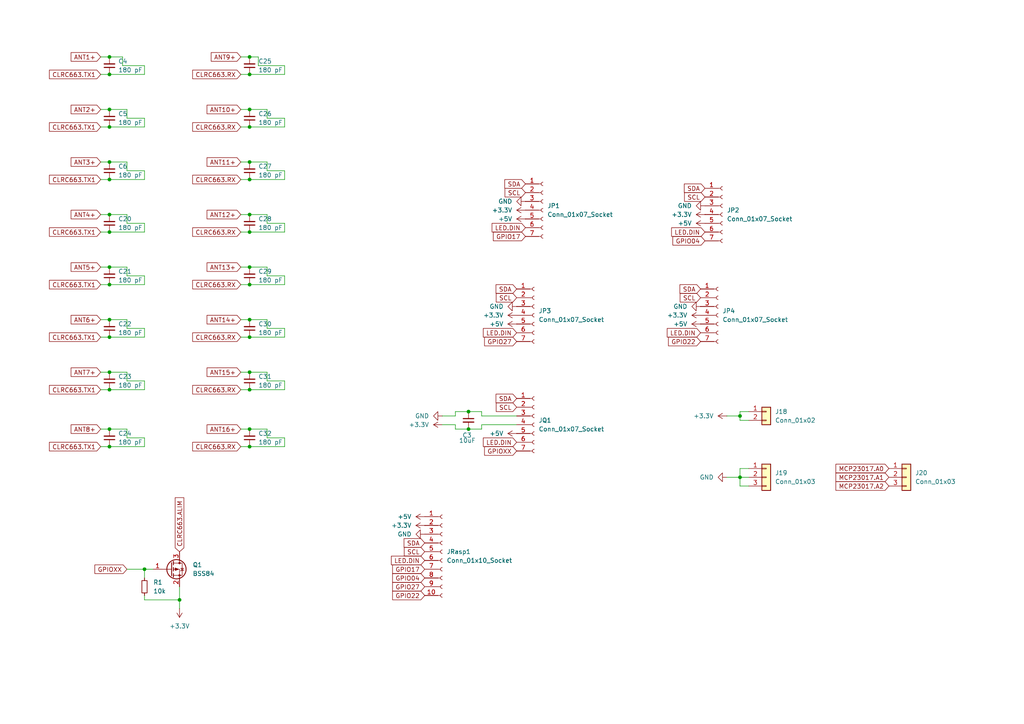
<source format=kicad_sch>
(kicad_sch (version 20250114) (generator "eeschema") (generator_version "9.0")
  (paper "A4")
  (lib_symbols
    (symbol "Connector:Conn_01x07_Socket" (pin_names (offset 1.016) (hide yes))
      (property "Reference" "J" (at 0 10.16 0))
      (property "Value" "Conn_01x07_Socket" (at 0 -10.16 0))
      (symbol "Conn_01x07_Socket_1_1"
        (polyline (pts (xy -1.27 7.62) (xy -0.508 7.62)) (stroke (width 0.1524)))
        (polyline (pts (xy -1.27 5.08) (xy -0.508 5.08)) (stroke (width 0.1524)))
        (polyline (pts (xy -1.27 2.54) (xy -0.508 2.54)) (stroke (width 0.1524)))
        (polyline (pts (xy -1.27 0) (xy -0.508 0)) (stroke (width 0.1524)))
        (polyline (pts (xy -1.27 -2.54) (xy -0.508 -2.54)) (stroke (width 0.1524)))
        (polyline (pts (xy -1.27 -5.08) (xy -0.508 -5.08)) (stroke (width 0.1524)))
        (polyline (pts (xy -1.27 -7.62) (xy -0.508 -7.62)) (stroke (width 0.1524)))
        (arc (start 0 7.112) (mid -0.5058 7.62) (end 0 8.128) (stroke (width 0.1524)))
        (arc (start 0 4.572) (mid -0.5058 5.08) (end 0 5.588) (stroke (width 0.1524)))
        (arc (start 0 2.032) (mid -0.5058 2.54) (end 0 3.048) (stroke (width 0.1524)))
        (arc (start 0 -0.508) (mid -0.5058 0) (end 0 0.508) (stroke (width 0.1524)))
        (arc (start 0 -3.048) (mid -0.5058 -2.54) (end 0 -2.032) (stroke (width 0.1524)))
        (arc (start 0 -5.588) (mid -0.5058 -5.08) (end 0 -4.572) (stroke (width 0.1524)))
        (arc (start 0 -8.128) (mid -0.5058 -7.62) (end 0 -7.112) (stroke (width 0.1524)))
        (pin passive line (at -5.08 7.62 0) (length 3.81) (name "Pin_1") (number "1"))
        (pin passive line (at -5.08 5.08 0) (length 3.81) (name "Pin_2") (number "2"))
        (pin passive line (at -5.08 2.54 0) (length 3.81) (name "Pin_3") (number "3"))
        (pin passive line (at -5.08 0 0) (length 3.81) (name "Pin_4") (number "4"))
        (pin passive line (at -5.08 -2.54 0) (length 3.81) (name "Pin_5") (number "5"))
        (pin passive line (at -5.08 -5.08 0) (length 3.81) (name "Pin_6") (number "6"))
        (pin passive line (at -5.08 -7.62 0) (length 3.81) (name "Pin_7") (number "7"))
      )
    )
    (symbol "Connector:Conn_01x10_Socket" (pin_names (offset 1.016) (hide yes))
      (property "Reference" "J" (at 0 12.7 0))
      (property "Value" "Conn_01x10_Socket" (at 0 -15.24 0))
      (symbol "Conn_01x10_Socket_1_1"
        (polyline (pts (xy -1.27 10.16) (xy -0.508 10.16)) (stroke (width 0.1524)))
        (polyline (pts (xy -1.27 7.62) (xy -0.508 7.62)) (stroke (width 0.1524)))
        (polyline (pts (xy -1.27 5.08) (xy -0.508 5.08)) (stroke (width 0.1524)))
        (polyline (pts (xy -1.27 2.54) (xy -0.508 2.54)) (stroke (width 0.1524)))
        (polyline (pts (xy -1.27 0) (xy -0.508 0)) (stroke (width 0.1524)))
        (polyline (pts (xy -1.27 -2.54) (xy -0.508 -2.54)) (stroke (width 0.1524)))
        (polyline (pts (xy -1.27 -5.08) (xy -0.508 -5.08)) (stroke (width 0.1524)))
        (polyline (pts (xy -1.27 -7.62) (xy -0.508 -7.62)) (stroke (width 0.1524)))
        (polyline (pts (xy -1.27 -10.16) (xy -0.508 -10.16)) (stroke (width 0.1524)))
        (polyline (pts (xy -1.27 -12.7) (xy -0.508 -12.7)) (stroke (width 0.1524)))
        (arc (start 0 9.652) (mid -0.5058 10.16) (end 0 10.668) (stroke (width 0.1524)))
        (arc (start 0 7.112) (mid -0.5058 7.62) (end 0 8.128) (stroke (width 0.1524)))
        (arc (start 0 4.572) (mid -0.5058 5.08) (end 0 5.588) (stroke (width 0.1524)))
        (arc (start 0 2.032) (mid -0.5058 2.54) (end 0 3.048) (stroke (width 0.1524)))
        (arc (start 0 -0.508) (mid -0.5058 0) (end 0 0.508) (stroke (width 0.1524)))
        (arc (start 0 -3.048) (mid -0.5058 -2.54) (end 0 -2.032) (stroke (width 0.1524)))
        (arc (start 0 -5.588) (mid -0.5058 -5.08) (end 0 -4.572) (stroke (width 0.1524)))
        (arc (start 0 -8.128) (mid -0.5058 -7.62) (end 0 -7.112) (stroke (width 0.1524)))
        (arc (start 0 -10.668) (mid -0.5058 -10.16) (end 0 -9.652) (stroke (width 0.1524)))
        (arc (start 0 -13.208) (mid -0.5058 -12.7) (end 0 -12.192) (stroke (width 0.1524)))
        (pin passive line (at -5.08 10.16 0) (length 3.81) (name "Pin_1") (number "1"))
        (pin passive line (at -5.08 7.62 0) (length 3.81) (name "Pin_2") (number "2"))
        (pin passive line (at -5.08 5.08 0) (length 3.81) (name "Pin_3") (number "3"))
        (pin passive line (at -5.08 2.54 0) (length 3.81) (name "Pin_4") (number "4"))
        (pin passive line (at -5.08 0 0) (length 3.81) (name "Pin_5") (number "5"))
        (pin passive line (at -5.08 -2.54 0) (length 3.81) (name "Pin_6") (number "6"))
        (pin passive line (at -5.08 -5.08 0) (length 3.81) (name "Pin_7") (number "7"))
        (pin passive line (at -5.08 -7.62 0) (length 3.81) (name "Pin_8") (number "8"))
        (pin passive line (at -5.08 -10.16 0) (length 3.81) (name "Pin_9") (number "9"))
        (pin passive line (at -5.08 -12.7 0) (length 3.81) (name "Pin_10") (number "10"))
      )
    )
    (symbol "Connector_Generic:Conn_01x02" (pin_names (offset 1.016) (hide yes))
      (property "Reference" "J" (at 0 2.54 0))
      (property "Value" "Conn_01x02" (at 0 -5.08 0))
      (symbol "Conn_01x02_1_1"
        (rectangle (start -1.27 1.27) (end 1.27 -3.81) (stroke (width 0.254)) (fill (type background)))
        (rectangle (start -1.27 0.127) (end 0 -0.127) (stroke (width 0.1524)))
        (rectangle (start -1.27 -2.413) (end 0 -2.667) (stroke (width 0.1524)))
        (pin passive line (at -5.08 0 0) (length 3.81) (name "Pin_1") (number "1"))
        (pin passive line (at -5.08 -2.54 0) (length 3.81) (name "Pin_2") (number "2"))
      )
    )
    (symbol "Connector_Generic:Conn_01x03" (pin_names (offset 1.016) (hide yes))
      (property "Reference" "J" (at 0 5.08 0))
      (property "Value" "Conn_01x03" (at 0 -5.08 0))
      (symbol "Conn_01x03_1_1"
        (rectangle (start -1.27 3.81) (end 1.27 -3.81) (stroke (width 0.254)) (fill (type background)))
        (rectangle (start -1.27 2.667) (end 0 2.413) (stroke (width 0.1524)))
        (rectangle (start -1.27 0.127) (end 0 -0.127) (stroke (width 0.1524)))
        (rectangle (start -1.27 -2.413) (end 0 -2.667) (stroke (width 0.1524)))
        (pin passive line (at -5.08 2.54 0) (length 3.81) (name "Pin_1") (number "1"))
        (pin passive line (at -5.08 0 0) (length 3.81) (name "Pin_2") (number "2"))
        (pin passive line (at -5.08 -2.54 0) (length 3.81) (name "Pin_3") (number "3"))
      )
    )
    (symbol "Device:C_Small" (pin_numbers (hide yes)) (pin_names (offset 0.254) (hide yes))
      (property "Reference" "C" (at 0.254 1.778 0))
      (property "Value" "C_Small" (at 0.254 -2.032 0))
      (symbol "C_Small_0_1"
        (polyline (pts (xy -1.524 0.508) (xy 1.524 0.508)) (stroke (width 0.3048)))
        (polyline (pts (xy -1.524 -0.508) (xy 1.524 -0.508)) (stroke (width 0.3302)))
      )
      (symbol "C_Small_1_1"
        (pin passive line (at 0 2.54 270) (length 2.032) (name "~") (number "1"))
        (pin passive line (at 0 -2.54 90) (length 2.032) (name "~") (number "2"))
      )
    )
    (symbol "Device:R_Small" (pin_numbers (hide yes)) (pin_names (offset 0.254) (hide yes))
      (property "Reference" "R" (at 0.762 0.508 0))
      (property "Value" "R_Small" (at 0.762 -1.016 0))
      (symbol "R_Small_0_1"
        (rectangle (start -0.762 1.778) (end 0.762 -1.778) (stroke (width 0.2032)))
      )
      (symbol "R_Small_1_1"
        (pin passive line (at 0 2.54 270) (length 0.762) (name "~") (number "1"))
        (pin passive line (at 0 -2.54 90) (length 0.762) (name "~") (number "2"))
      )
    )
    (symbol "Transistor_FET:BSS84" (pin_names (hide yes))
      (property "Reference" "Q" (at 5.08 1.905 0))
      (property "Value" "BSS84" (at 5.08 0 0))
      (symbol "BSS84_0_1"
        (polyline (pts (xy 0.254 1.905) (xy 0.254 -1.905)) (stroke (width 0.254)))
        (polyline (pts (xy 0.254 0) (xy -2.54 0)))
        (polyline (pts (xy 0.762 2.286) (xy 0.762 1.27)) (stroke (width 0.254)))
        (polyline (pts (xy 0.762 1.778) (xy 3.302 1.778) (xy 3.302 -1.778) (xy 0.762 -1.778)))
        (polyline (pts (xy 0.762 0.508) (xy 0.762 -0.508)) (stroke (width 0.254)))
        (polyline (pts (xy 0.762 -1.27) (xy 0.762 -2.286)) (stroke (width 0.254)))
        (circle (center 1.651 0) (radius 2.794) (stroke (width 0.254)))
        (polyline (pts (xy 2.286 0) (xy 1.27 0.381) (xy 1.27 -0.381) (xy 2.286 0)) (fill (type outline)))
        (polyline (pts (xy 2.54 2.54) (xy 2.54 1.778)))
        (circle (center 2.54 1.778) (radius 0.254) (fill (type outline)))
        (circle (center 2.54 -1.778) (radius 0.254) (fill (type outline)))
        (polyline (pts (xy 2.54 -2.54) (xy 2.54 0) (xy 0.762 0)))
        (polyline (pts (xy 2.794 -0.508) (xy 2.921 -0.381) (xy 3.683 -0.381) (xy 3.81 -0.254)))
        (polyline (pts (xy 3.302 -0.381) (xy 2.921 0.254) (xy 3.683 0.254) (xy 3.302 -0.381)))
      )
      (symbol "BSS84_1_1"
        (pin input line (at -5.08 0 0) (length 2.54) (name "G") (number "1"))
        (pin passive line (at 2.54 5.08 270) (length 2.54) (name "D") (number "3"))
        (pin passive line (at 2.54 -5.08 90) (length 2.54) (name "S") (number "2"))
      )
    )
    (symbol "power:+3.3V" (power) (pin_numbers (hide yes)) (pin_names (offset 0) (hide yes))
      (property "Value" "+3.3V" (at 0 3.556 0))
      (symbol "+3.3V_0_1"
        (polyline (pts (xy -0.762 1.27) (xy 0 2.54)))
        (polyline (pts (xy 0 2.54) (xy 0.762 1.27)))
        (polyline (pts (xy 0 0) (xy 0 2.54)))
      )
      (symbol "+3.3V_1_1"
        (pin power_in line (at 0 0 90) (length 0) (name "~") (number "1"))
      )
    )
    (symbol "power:+5V" (power) (pin_numbers (hide yes)) (pin_names (offset 0) (hide yes))
      (property "Value" "+5V" (at 0 3.556 0))
      (symbol "+5V_0_1"
        (polyline (pts (xy -0.762 1.27) (xy 0 2.54)))
        (polyline (pts (xy 0 2.54) (xy 0.762 1.27)))
        (polyline (pts (xy 0 0) (xy 0 2.54)))
      )
      (symbol "+5V_1_1"
        (pin power_in line (at 0 0 90) (length 0) (name "~") (number "1"))
      )
    )
    (symbol "power:GND" (power) (pin_numbers (hide yes)) (pin_names (offset 0) (hide yes))
      (property "Value" "GND" (at 0 -3.81 0))
      (symbol "GND_0_1"
        (polyline (pts (xy 0 0) (xy 0 -1.27) (xy 1.27 -1.27) (xy 0 -2.54) (xy -1.27 -1.27) (xy 0 -1.27)))
      )
      (symbol "GND_1_1"
        (pin power_in line (at 0 0 270) (length 0) (name "~") (number "1"))
      )
    )
  )
  (junction (at 31.75 77.47))
  (junction (at 31.75 21.59))
  (junction (at 31.75 129.54))
  (junction (at 72.39 92.71))
  (junction (at 72.39 77.47))
  (junction (at 31.75 124.46))
  (junction (at 135.89 119.38))
  (junction (at 72.39 129.54))
  (junction (at 31.75 16.51))
  (junction (at 72.39 67.31))
  (junction (at 72.39 97.79))
  (junction (at 72.39 21.59))
  (junction (at 31.75 82.55))
  (junction (at 52.07 173.99))
  (junction (at 31.75 107.95))
  (junction (at 214.63 138.43))
  (junction (at 72.39 16.51))
  (junction (at 72.39 82.55))
  (junction (at 31.75 92.71))
  (junction (at 72.39 31.75))
  (junction (at 72.39 107.95))
  (junction (at 31.75 46.99))
  (junction (at 72.39 52.07))
  (junction (at 31.75 36.83))
  (junction (at 31.75 67.31))
  (junction (at 31.75 31.75))
  (junction (at 72.39 62.23))
  (junction (at 72.39 36.83))
  (junction (at 214.63 120.65))
  (junction (at 31.75 62.23))
  (junction (at 135.89 124.46))
  (junction (at 72.39 124.46))
  (junction (at 31.75 113.03))
  (junction (at 31.75 97.79))
  (junction (at 41.91 165.1))
  (junction (at 72.39 113.03))
  (junction (at 31.75 52.07))
  (junction (at 72.39 46.99))
  (wire (pts (xy 77.47 92.71) (xy 72.39 92.71)))
  (wire (pts (xy 77.47 107.95) (xy 72.39 107.95)))
  (wire (pts (xy 128.27 123.19) (xy 132.08 123.19)))
  (wire (pts (xy 77.47 34.29) (xy 82.55 34.29)))
  (wire (pts (xy 41.91 110.49) (xy 41.91 113.03)))
  (wire (pts (xy 41.91 34.29) (xy 41.91 36.83)))
  (wire (pts (xy 77.47 124.46) (xy 72.39 124.46)))
  (wire (pts (xy 31.75 113.03) (xy 41.91 113.03)))
  (wire (pts (xy 214.63 138.43) (xy 217.17 138.43)))
  (wire (pts (xy 41.91 172.72) (xy 41.91 173.99)))
  (wire (pts (xy 69.85 52.07) (xy 72.39 52.07)))
  (wire (pts (xy 128.27 120.65) (xy 132.08 120.65)))
  (wire (pts (xy 77.47 31.75) (xy 77.47 34.29)))
  (wire (pts (xy 69.85 113.03) (xy 72.39 113.03)))
  (wire (pts (xy 69.85 77.47) (xy 72.39 77.47)))
  (wire (pts (xy 29.21 129.54) (xy 31.75 129.54)))
  (wire (pts (xy 72.39 97.79) (xy 82.55 97.79)))
  (wire (pts (xy 214.63 121.92) (xy 214.63 120.65)))
  (wire (pts (xy 69.85 36.83) (xy 72.39 36.83)))
  (wire (pts (xy 210.82 138.43) (xy 214.63 138.43)))
  (wire (pts (xy 77.47 77.47) (xy 72.39 77.47)))
  (wire (pts (xy 36.83 127) (xy 41.91 127)))
  (wire (pts (xy 31.75 129.54) (xy 41.91 129.54)))
  (wire (pts (xy 77.47 64.77) (xy 82.55 64.77)))
  (wire (pts (xy 41.91 165.1) (xy 44.45 165.1)))
  (wire (pts (xy 139.7 123.19) (xy 139.7 124.46)))
  (wire (pts (xy 29.21 67.31) (xy 31.75 67.31)))
  (wire (pts (xy 36.83 95.25) (xy 36.83 92.71)))
  (wire (pts (xy 72.39 52.07) (xy 82.55 52.07)))
  (wire (pts (xy 77.47 80.01) (xy 82.55 80.01)))
  (wire (pts (xy 29.21 82.55) (xy 31.75 82.55)))
  (wire (pts (xy 77.47 49.53) (xy 82.55 49.53)))
  (wire (pts (xy 31.75 21.59) (xy 41.91 21.59)))
  (wire (pts (xy 139.7 119.38) (xy 135.89 119.38)))
  (wire (pts (xy 82.55 49.53) (xy 82.55 52.07)))
  (wire (pts (xy 36.83 107.95) (xy 31.75 107.95)))
  (wire (pts (xy 74.93 19.05) (xy 74.93 16.51)))
  (wire (pts (xy 29.21 36.83) (xy 31.75 36.83)))
  (wire (pts (xy 41.91 49.53) (xy 41.91 52.07)))
  (wire (pts (xy 77.47 46.99) (xy 77.47 49.53)))
  (wire (pts (xy 29.21 124.46) (xy 31.75 124.46)))
  (wire (pts (xy 72.39 21.59) (xy 82.55 21.59)))
  (wire (pts (xy 41.91 95.25) (xy 41.91 97.79)))
  (wire (pts (xy 217.17 140.97) (xy 214.63 140.97)))
  (wire (pts (xy 36.83 95.25) (xy 41.91 95.25)))
  (wire (pts (xy 36.83 80.01) (xy 36.83 77.47)))
  (wire (pts (xy 72.39 62.23) (xy 77.47 62.23)))
  (wire (pts (xy 210.82 120.65) (xy 214.63 120.65)))
  (wire (pts (xy 36.83 124.46) (xy 31.75 124.46)))
  (wire (pts (xy 36.83 165.1) (xy 41.91 165.1)))
  (wire (pts (xy 41.91 80.01) (xy 41.91 82.55)))
  (wire (pts (xy 82.55 19.05) (xy 82.55 21.59)))
  (wire (pts (xy 72.39 67.31) (xy 82.55 67.31)))
  (wire (pts (xy 35.56 16.51) (xy 35.56 19.05)))
  (wire (pts (xy 77.47 127) (xy 82.55 127)))
  (wire (pts (xy 77.47 80.01) (xy 77.47 77.47)))
  (wire (pts (xy 29.21 21.59) (xy 31.75 21.59)))
  (wire (pts (xy 36.83 46.99) (xy 36.83 49.53)))
  (wire (pts (xy 29.21 31.75) (xy 31.75 31.75)))
  (wire (pts (xy 29.21 92.71) (xy 31.75 92.71)))
  (wire (pts (xy 29.21 113.03) (xy 31.75 113.03)))
  (wire (pts (xy 29.21 62.23) (xy 31.75 62.23)))
  (wire (pts (xy 41.91 64.77) (xy 41.91 67.31)))
  (wire (pts (xy 29.21 52.07) (xy 31.75 52.07)))
  (wire (pts (xy 31.75 36.83) (xy 41.91 36.83)))
  (wire (pts (xy 69.85 107.95) (xy 72.39 107.95)))
  (wire (pts (xy 36.83 34.29) (xy 41.91 34.29)))
  (wire (pts (xy 139.7 124.46) (xy 135.89 124.46)))
  (wire (pts (xy 72.39 82.55) (xy 82.55 82.55)))
  (wire (pts (xy 132.08 124.46) (xy 135.89 124.46)))
  (wire (pts (xy 36.83 110.49) (xy 41.91 110.49)))
  (wire (pts (xy 52.07 173.99) (xy 52.07 170.18)))
  (wire (pts (xy 69.85 21.59) (xy 72.39 21.59)))
  (wire (pts (xy 72.39 113.03) (xy 82.55 113.03)))
  (wire (pts (xy 41.91 127) (xy 41.91 129.54)))
  (wire (pts (xy 77.47 127) (xy 77.47 124.46)))
  (wire (pts (xy 72.39 31.75) (xy 77.47 31.75)))
  (wire (pts (xy 74.93 19.05) (xy 82.55 19.05)))
  (wire (pts (xy 69.85 124.46) (xy 72.39 124.46)))
  (wire (pts (xy 29.21 107.95) (xy 31.75 107.95)))
  (wire (pts (xy 82.55 64.77) (xy 82.55 67.31)))
  (wire (pts (xy 36.83 64.77) (xy 41.91 64.77)))
  (wire (pts (xy 77.47 110.49) (xy 77.47 107.95)))
  (wire (pts (xy 36.83 110.49) (xy 36.83 107.95)))
  (wire (pts (xy 69.85 97.79) (xy 72.39 97.79)))
  (wire (pts (xy 214.63 119.38) (xy 217.17 119.38)))
  (wire (pts (xy 69.85 82.55) (xy 72.39 82.55)))
  (wire (pts (xy 69.85 31.75) (xy 72.39 31.75)))
  (wire (pts (xy 69.85 62.23) (xy 72.39 62.23)))
  (wire (pts (xy 36.83 77.47) (xy 31.75 77.47)))
  (wire (pts (xy 52.07 176.53) (xy 52.07 173.99)))
  (wire (pts (xy 69.85 92.71) (xy 72.39 92.71)))
  (wire (pts (xy 214.63 135.89) (xy 217.17 135.89)))
  (wire (pts (xy 31.75 31.75) (xy 36.83 31.75)))
  (wire (pts (xy 31.75 62.23) (xy 36.83 62.23)))
  (wire (pts (xy 36.83 62.23) (xy 36.83 64.77)))
  (wire (pts (xy 82.55 34.29) (xy 82.55 36.83)))
  (wire (pts (xy 69.85 67.31) (xy 72.39 67.31)))
  (wire (pts (xy 31.75 97.79) (xy 41.91 97.79)))
  (wire (pts (xy 69.85 46.99) (xy 72.39 46.99)))
  (wire (pts (xy 82.55 95.25) (xy 82.55 97.79)))
  (wire (pts (xy 31.75 82.55) (xy 41.91 82.55)))
  (wire (pts (xy 41.91 173.99) (xy 52.07 173.99)))
  (wire (pts (xy 72.39 46.99) (xy 77.47 46.99)))
  (wire (pts (xy 214.63 138.43) (xy 214.63 135.89)))
  (wire (pts (xy 149.86 120.65) (xy 139.7 120.65)))
  (wire (pts (xy 77.47 95.25) (xy 77.47 92.71)))
  (wire (pts (xy 82.55 80.01) (xy 82.55 82.55)))
  (wire (pts (xy 31.75 46.99) (xy 36.83 46.99)))
  (wire (pts (xy 31.75 16.51) (xy 35.56 16.51)))
  (wire (pts (xy 132.08 119.38) (xy 135.89 119.38)))
  (wire (pts (xy 29.21 16.51) (xy 31.75 16.51)))
  (wire (pts (xy 36.83 92.71) (xy 31.75 92.71)))
  (wire (pts (xy 69.85 129.54) (xy 72.39 129.54)))
  (wire (pts (xy 77.47 110.49) (xy 82.55 110.49)))
  (wire (pts (xy 35.56 19.05) (xy 41.91 19.05)))
  (wire (pts (xy 41.91 19.05) (xy 41.91 21.59)))
  (wire (pts (xy 36.83 127) (xy 36.83 124.46)))
  (wire (pts (xy 31.75 67.31) (xy 41.91 67.31)))
  (wire (pts (xy 132.08 123.19) (xy 132.08 124.46)))
  (wire (pts (xy 139.7 120.65) (xy 139.7 119.38)))
  (wire (pts (xy 36.83 80.01) (xy 41.91 80.01)))
  (wire (pts (xy 36.83 31.75) (xy 36.83 34.29)))
  (wire (pts (xy 72.39 16.51) (xy 74.93 16.51)))
  (wire (pts (xy 31.75 52.07) (xy 41.91 52.07)))
  (wire (pts (xy 29.21 77.47) (xy 31.75 77.47)))
  (wire (pts (xy 132.08 120.65) (xy 132.08 119.38)))
  (wire (pts (xy 214.63 120.65) (xy 214.63 119.38)))
  (wire (pts (xy 36.83 49.53) (xy 41.91 49.53)))
  (wire (pts (xy 69.85 16.51) (xy 72.39 16.51)))
  (wire (pts (xy 214.63 140.97) (xy 214.63 138.43)))
  (wire (pts (xy 77.47 62.23) (xy 77.47 64.77)))
  (wire (pts (xy 82.55 127) (xy 82.55 129.54)))
  (wire (pts (xy 72.39 129.54) (xy 82.55 129.54)))
  (wire (pts (xy 217.17 121.92) (xy 214.63 121.92)))
  (wire (pts (xy 29.21 46.99) (xy 31.75 46.99)))
  (wire (pts (xy 29.21 97.79) (xy 31.75 97.79)))
  (wire (pts (xy 77.47 95.25) (xy 82.55 95.25)))
  (wire (pts (xy 41.91 167.64) (xy 41.91 165.1)))
  (wire (pts (xy 82.55 110.49) (xy 82.55 113.03)))
  (wire (pts (xy 149.86 123.19) (xy 139.7 123.19)))
  (wire (pts (xy 72.39 36.83) (xy 82.55 36.83)))
  (global_label "ANT10+" (shape input) (at 69.85 31.75 180) (property "Intersheetrefs" "${INTERSHEET_REFS}" (effects (hide yes))))
  (global_label "GPIO22" (shape input) (at 123.19 172.72 180) (property "Intersheetrefs" "${INTERSHEET_REFS}" (effects (hide yes))))
  (global_label "LED.DIN" (shape input) (at 149.86 128.27 180) (property "Intersheetrefs" "${INTERSHEET_REFS}" (effects (hide yes))))
  (global_label "ANT7+" (shape input) (at 29.21 107.95 180) (property "Intersheetrefs" "${INTERSHEET_REFS}" (effects (hide yes))))
  (global_label "CLRC663.RX" (shape input) (at 69.85 52.07 180) (property "Intersheetrefs" "${INTERSHEET_REFS}" (effects (hide yes))))
  (global_label "GPIO27" (shape input) (at 123.19 170.18 180) (property "Intersheetrefs" "${INTERSHEET_REFS}" (effects (hide yes))))
  (global_label "ANT12+" (shape input) (at 69.85 62.23 180) (property "Intersheetrefs" "${INTERSHEET_REFS}" (effects (hide yes))))
  (global_label "SDA" (shape input) (at 123.19 157.48 180) (property "Intersheetrefs" "${INTERSHEET_REFS}" (effects (hide yes))))
  (global_label "SDA" (shape input) (at 204.47 54.61 180) (property "Intersheetrefs" "${INTERSHEET_REFS}" (effects (hide yes))))
  (global_label "ANT8+" (shape input) (at 29.21 124.46 180) (property "Intersheetrefs" "${INTERSHEET_REFS}" (effects (hide yes))))
  (global_label "ANT15+" (shape input) (at 69.85 107.95 180) (property "Intersheetrefs" "${INTERSHEET_REFS}" (effects (hide yes))))
  (global_label "MCP23017.A1" (shape input) (at 257.81 138.43 180) (property "Intersheetrefs" "${INTERSHEET_REFS}" (effects (hide yes))))
  (global_label "GPIOXX" (shape input) (at 36.83 165.1 180) (property "Intersheetrefs" "${INTERSHEET_REFS}" (effects (hide yes))))
  (global_label "GPIO04" (shape input) (at 204.47 69.85 180) (property "Intersheetrefs" "${INTERSHEET_REFS}" (effects (hide yes))))
  (global_label "ANT5+" (shape input) (at 29.21 77.47 180) (property "Intersheetrefs" "${INTERSHEET_REFS}" (effects (hide yes))))
  (global_label "LED.DIN" (shape input) (at 149.86 96.52 180) (property "Intersheetrefs" "${INTERSHEET_REFS}" (effects (hide yes))))
  (global_label "CLRC663.RX" (shape input) (at 69.85 67.31 180) (property "Intersheetrefs" "${INTERSHEET_REFS}" (effects (hide yes))))
  (global_label "MCP23017.A0" (shape input) (at 257.81 135.89 180) (property "Intersheetrefs" "${INTERSHEET_REFS}" (effects (hide yes))))
  (global_label "CLRC663.TX1" (shape input) (at 29.21 21.59 180) (property "Intersheetrefs" "${INTERSHEET_REFS}" (effects (hide yes))))
  (global_label "SDA" (shape input) (at 149.86 115.57 180) (property "Intersheetrefs" "${INTERSHEET_REFS}" (effects (hide yes))))
  (global_label "ANT2+" (shape input) (at 29.21 31.75 180) (property "Intersheetrefs" "${INTERSHEET_REFS}" (effects (hide yes))))
  (global_label "LED.DIN" (shape input) (at 203.2 96.52 180) (property "Intersheetrefs" "${INTERSHEET_REFS}" (effects (hide yes))))
  (global_label "ANT14+" (shape input) (at 69.85 92.71 180) (property "Intersheetrefs" "${INTERSHEET_REFS}" (effects (hide yes))))
  (global_label "GPIO27" (shape input) (at 149.86 99.06 180) (property "Intersheetrefs" "${INTERSHEET_REFS}" (effects (hide yes))))
  (global_label "ANT4+" (shape input) (at 29.21 62.23 180) (property "Intersheetrefs" "${INTERSHEET_REFS}" (effects (hide yes))))
  (global_label "LED.DIN" (shape input) (at 123.19 162.56 180) (property "Intersheetrefs" "${INTERSHEET_REFS}" (effects (hide yes))))
  (global_label "GPIO04" (shape input) (at 123.19 167.64 180) (property "Intersheetrefs" "${INTERSHEET_REFS}" (effects (hide yes))))
  (global_label "SCL" (shape input) (at 149.86 86.36 180) (property "Intersheetrefs" "${INTERSHEET_REFS}" (effects (hide yes))))
  (global_label "CLRC663.RX" (shape input) (at 69.85 113.03 180) (property "Intersheetrefs" "${INTERSHEET_REFS}" (effects (hide yes))))
  (global_label "CLRC663.TX1" (shape input) (at 29.21 97.79 180) (property "Intersheetrefs" "${INTERSHEET_REFS}" (effects (hide yes))))
  (global_label "CLRC663.TX1" (shape input) (at 29.21 113.03 180) (property "Intersheetrefs" "${INTERSHEET_REFS}" (effects (hide yes))))
  (global_label "GPIO22" (shape input) (at 203.2 99.06 180) (property "Intersheetrefs" "${INTERSHEET_REFS}" (effects (hide yes))))
  (global_label "ANT13+" (shape input) (at 69.85 77.47 180) (property "Intersheetrefs" "${INTERSHEET_REFS}" (effects (hide yes))))
  (global_label "SCL" (shape input) (at 152.4 55.88 180) (property "Intersheetrefs" "${INTERSHEET_REFS}" (effects (hide yes))))
  (global_label "LED.DIN" (shape input) (at 204.47 67.31 180) (property "Intersheetrefs" "${INTERSHEET_REFS}" (effects (hide yes))))
  (global_label "CLRC663.TX1" (shape input) (at 29.21 52.07 180) (property "Intersheetrefs" "${INTERSHEET_REFS}" (effects (hide yes))))
  (global_label "SCL" (shape input) (at 149.86 118.11 180) (property "Intersheetrefs" "${INTERSHEET_REFS}" (effects (hide yes))))
  (global_label "SDA" (shape input) (at 149.86 83.82 180) (property "Intersheetrefs" "${INTERSHEET_REFS}" (effects (hide yes))))
  (global_label "GPIOXX" (shape input) (at 149.86 130.81 180) (property "Intersheetrefs" "${INTERSHEET_REFS}" (effects (hide yes))))
  (global_label "ANT1+" (shape input) (at 29.21 16.51 180) (property "Intersheetrefs" "${INTERSHEET_REFS}" (effects (hide yes))))
  (global_label "CLRC663.RX" (shape input) (at 69.85 36.83 180) (property "Intersheetrefs" "${INTERSHEET_REFS}" (effects (hide yes))))
  (global_label "CLRC663.RX" (shape input) (at 69.85 97.79 180) (property "Intersheetrefs" "${INTERSHEET_REFS}" (effects (hide yes))))
  (global_label "ANT11+" (shape input) (at 69.85 46.99 180) (property "Intersheetrefs" "${INTERSHEET_REFS}" (effects (hide yes))))
  (global_label "SDA" (shape input) (at 152.4 53.34 180) (property "Intersheetrefs" "${INTERSHEET_REFS}" (effects (hide yes))))
  (global_label "CLRC663.RX" (shape input) (at 69.85 82.55 180) (property "Intersheetrefs" "${INTERSHEET_REFS}" (effects (hide yes))))
  (global_label "SCL" (shape input) (at 203.2 86.36 180) (property "Intersheetrefs" "${INTERSHEET_REFS}" (effects (hide yes))))
  (global_label "CLRC663.TX1" (shape input) (at 29.21 36.83 180) (property "Intersheetrefs" "${INTERSHEET_REFS}" (effects (hide yes))))
  (global_label "ANT16+" (shape input) (at 69.85 124.46 180) (property "Intersheetrefs" "${INTERSHEET_REFS}" (effects (hide yes))))
  (global_label "ANT6+" (shape input) (at 29.21 92.71 180) (property "Intersheetrefs" "${INTERSHEET_REFS}" (effects (hide yes))))
  (global_label "SCL" (shape input) (at 204.47 57.15 180) (property "Intersheetrefs" "${INTERSHEET_REFS}" (effects (hide yes))))
  (global_label "CLRC663.TX1" (shape input) (at 29.21 129.54 180) (property "Intersheetrefs" "${INTERSHEET_REFS}" (effects (hide yes))))
  (global_label "SDA" (shape input) (at 203.2 83.82 180) (property "Intersheetrefs" "${INTERSHEET_REFS}" (effects (hide yes))))
  (global_label "GPIO17" (shape input) (at 152.4 68.58 180) (property "Intersheetrefs" "${INTERSHEET_REFS}" (effects (hide yes))))
  (global_label "MCP23017.A2" (shape input) (at 257.81 140.97 180) (property "Intersheetrefs" "${INTERSHEET_REFS}" (effects (hide yes))))
  (global_label "CLRC663.ALIM" (shape input) (at 52.07 160.02 90) (property "Intersheetrefs" "${INTERSHEET_REFS}" (effects (hide yes))))
  (global_label "CLRC663.TX1" (shape input) (at 29.21 82.55 180) (property "Intersheetrefs" "${INTERSHEET_REFS}" (effects (hide yes))))
  (global_label "ANT3+" (shape input) (at 29.21 46.99 180) (property "Intersheetrefs" "${INTERSHEET_REFS}" (effects (hide yes))))
  (global_label "CLRC663.RX" (shape input) (at 69.85 129.54 180) (property "Intersheetrefs" "${INTERSHEET_REFS}" (effects (hide yes))))
  (global_label "ANT9+" (shape input) (at 69.85 16.51 180) (property "Intersheetrefs" "${INTERSHEET_REFS}" (effects (hide yes))))
  (global_label "CLRC663.TX1" (shape input) (at 29.21 67.31 180) (property "Intersheetrefs" "${INTERSHEET_REFS}" (effects (hide yes))))
  (global_label "LED.DIN" (shape input) (at 152.4 66.04 180) (property "Intersheetrefs" "${INTERSHEET_REFS}" (effects (hide yes))))
  (global_label "GPIO17" (shape input) (at 123.19 165.1 180) (property "Intersheetrefs" "${INTERSHEET_REFS}" (effects (hide yes))))
  (global_label "CLRC663.RX" (shape input) (at 69.85 21.59 180) (property "Intersheetrefs" "${INTERSHEET_REFS}" (effects (hide yes))))
  (global_label "SCL" (shape input) (at 123.19 160.02 180) (property "Intersheetrefs" "${INTERSHEET_REFS}" (effects (hide yes))))
  (symbol (lib_id "power:GND") (at 203.2 88.9 270) (unit 1)
    (property "Reference" "#PWR061" (effects (hide yes)))
    (property "Value" "GND" (at 199.39 88.8999 90) (effects (justify right)))
    (property "Description" "Power symbol creates a global label with name \"GND\" , ground" (effects (hide yes)))
  )
  (symbol (lib_id "Device:R_Small") (at 41.91 170.18 0) (unit 1)
    (property "Reference" "R1" (at 44.45 168.9099 0) (effects (justify left)))
    (property "Value" "10k" (at 44.45 171.4499 0) (effects (justify left)))
    (property "Footprint" "Resistor_SMD:R_0402_1005Metric" (effects (hide yes)))
    (property "Description" "Resistor, small symbol" (effects (hide yes)))
  )
  (symbol (lib_id "Device:C_Small") (at 72.39 127 180) (unit 1)
    (property "Reference" "C32" (at 74.93 125.7235 0) (effects (justify right)))
    (property "Value" "180 pF" (at 74.93 128.2635 0) (effects (justify right)))
    (property "Footprint" "Capacitor_SMD:C_0402_1005Metric" (effects (hide yes)))
    (property "Description" "Unpolarized capacitor, small symbol" (effects (hide yes)))
  )
  (symbol (lib_id "power:+3.3V") (at 149.86 91.44 90) (unit 1)
    (property "Reference" "#PWR059" (effects (hide yes)))
    (property "Value" "+3.3V" (at 146.05 91.4399 90) (effects (justify left)))
    (property "Description" "Power symbol creates a global label with name \"+3.3V\"" (effects (hide yes)))
  )
  (symbol (lib_id "Device:C_Small") (at 72.39 19.05 180) (unit 1)
    (property "Reference" "C25" (at 74.93 17.7735 0) (effects (justify right)))
    (property "Value" "180 pF" (at 74.93 20.3135 0) (effects (justify right)))
    (property "Footprint" "Capacitor_SMD:C_0402_1005Metric" (effects (hide yes)))
    (property "Description" "Unpolarized capacitor, small symbol" (effects (hide yes)))
  )
  (symbol (lib_id "Device:C_Small") (at 31.75 80.01 180) (unit 1)
    (property "Reference" "C21" (at 34.29 78.7335 0) (effects (justify right)))
    (property "Value" "180 pF" (at 34.29 81.2735 0) (effects (justify right)))
    (property "Footprint" "Capacitor_SMD:C_0402_1005Metric" (effects (hide yes)))
    (property "Description" "Unpolarized capacitor, small symbol" (effects (hide yes)))
  )
  (symbol (lib_id "power:GND") (at 123.19 154.94 270) (unit 1)
    (property "Reference" "#PWR06" (effects (hide yes)))
    (property "Value" "GND" (at 119.38 154.9399 90) (effects (justify right)))
    (property "Description" "Power symbol creates a global label with name \"GND\" , ground" (effects (hide yes)))
  )
  (symbol (lib_id "power:+3.3V") (at 52.07 176.53 180) (unit 1)
    (property "Reference" "#PWR016" (effects (hide yes)))
    (property "Value" "+3.3V" (at 52.07 181.61 0))
    (property "Description" "Power symbol creates a global label with name \"+3.3V\"" (effects (hide yes)))
  )
  (symbol (lib_id "Device:C_Small") (at 72.39 64.77 180) (unit 1)
    (property "Reference" "C28" (at 74.93 63.4935 0) (effects (justify right)))
    (property "Value" "180 pF" (at 74.93 66.0335 0) (effects (justify right)))
    (property "Footprint" "Capacitor_SMD:C_0402_1005Metric" (effects (hide yes)))
    (property "Description" "Unpolarized capacitor, small symbol" (effects (hide yes)))
  )
  (symbol (lib_id "Connector_Generic:Conn_01x03") (at 262.89 138.43 0) (unit 1)
    (property "Reference" "J20" (at 265.43 137.1599 0) (effects (justify left)))
    (property "Value" "Conn_01x03" (at 265.43 139.6999 0) (effects (justify left)))
    (property "Footprint" "Connector_PinHeader_2.54mm:PinHeader_1x03_P2.54mm_Vertical" (effects (hide yes)))
    (property "Description" "Generic connector, single row, 01x03, script generated (kicad-library-utils/schlib/autogen/connector/)" (effects (hide yes)))
  )
  (symbol (lib_id "power:+3.3V") (at 128.27 123.19 90) (unit 1)
    (property "Reference" "#PWR065" (effects (hide yes)))
    (property "Value" "+3.3V" (at 124.46 123.1899 90) (effects (justify left)))
    (property "Description" "Power symbol creates a global label with name \"+3.3V\"" (effects (hide yes)))
  )
  (symbol (lib_id "power:GND") (at 210.82 138.43 270) (unit 1)
    (property "Reference" "#PWR050" (effects (hide yes)))
    (property "Value" "GND" (at 207.01 138.4299 90) (effects (justify right)))
    (property "Description" "Power symbol creates a global label with name \"GND\" , ground" (effects (hide yes)))
  )
  (symbol (lib_id "Device:C_Small") (at 31.75 110.49 180) (unit 1)
    (property "Reference" "C23" (at 34.29 109.2135 0) (effects (justify right)))
    (property "Value" "180 pF" (at 34.29 111.7535 0) (effects (justify right)))
    (property "Footprint" "Capacitor_SMD:C_0402_1005Metric" (effects (hide yes)))
    (property "Description" "Unpolarized capacitor, small symbol" (effects (hide yes)))
  )
  (symbol (lib_id "Device:C_Small") (at 31.75 127 180) (unit 1)
    (property "Reference" "C24" (at 34.29 125.7235 0) (effects (justify right)))
    (property "Value" "180 pF" (at 34.29 128.2635 0) (effects (justify right)))
    (property "Footprint" "Capacitor_SMD:C_0402_1005Metric" (effects (hide yes)))
    (property "Description" "Unpolarized capacitor, small symbol" (effects (hide yes)))
  )
  (symbol (lib_id "Device:C_Small") (at 31.75 64.77 180) (unit 1)
    (property "Reference" "C20" (at 34.29 63.4935 0) (effects (justify right)))
    (property "Value" "180 pF" (at 34.29 66.0335 0) (effects (justify right)))
    (property "Footprint" "Capacitor_SMD:C_0402_1005Metric" (effects (hide yes)))
    (property "Description" "Unpolarized capacitor, small symbol" (effects (hide yes)))
  )
  (symbol (lib_id "Device:C_Small") (at 72.39 34.29 180) (unit 1)
    (property "Reference" "C26" (at 74.93 33.0135 0) (effects (justify right)))
    (property "Value" "180 pF" (at 74.93 35.5535 0) (effects (justify right)))
    (property "Footprint" "Capacitor_SMD:C_0402_1005Metric" (effects (hide yes)))
    (property "Description" "Unpolarized capacitor, small symbol" (effects (hide yes)))
  )
  (symbol (lib_id "power:+5V") (at 123.19 149.86 90) (unit 1)
    (property "Reference" "#PWR01" (effects (hide yes)))
    (property "Value" "+5V" (at 119.38 149.8599 90) (effects (justify left)))
    (property "Description" "Power symbol creates a global label with name \"+5V\"" (effects (hide yes)))
  )
  (symbol (lib_id "power:+3.3V") (at 210.82 120.65 90) (unit 1)
    (property "Reference" "#PWR011" (effects (hide yes)))
    (property "Value" "+3.3V" (at 207.01 120.6499 90) (effects (justify left)))
    (property "Description" "Power symbol creates a global label with name \"+3.3V\"" (effects (hide yes)))
  )
  (symbol (lib_id "power:+3.3V") (at 204.47 62.23 90) (unit 1)
    (property "Reference" "#PWR056" (effects (hide yes)))
    (property "Value" "+3.3V" (at 200.66 62.2299 90) (effects (justify left)))
    (property "Description" "Power symbol creates a global label with name \"+3.3V\"" (effects (hide yes)))
  )
  (symbol (lib_id "Connector:Conn_01x07_Socket") (at 208.28 91.44 0) (unit 1)
    (property "Reference" "JP4" (at 209.55 90.1699 0) (effects (justify left)))
    (property "Value" "Conn_01x07_Socket" (at 209.55 92.7099 0) (effects (justify left)))
    (property "Footprint" "Connector_JST:JST_XH_B7B-XH-A_1x07_P2.50mm_Vertical" (effects (hide yes)))
    (property "Description" "Generic connector, single row, 01x07, script generated" (effects (hide yes)))
  )
  (symbol (lib_id "power:+5V") (at 203.2 93.98 90) (unit 1)
    (property "Reference" "#PWR063" (effects (hide yes)))
    (property "Value" "+5V" (at 199.39 93.9799 90) (effects (justify left)))
    (property "Description" "Power symbol creates a global label with name \"+5V\"" (effects (hide yes)))
  )
  (symbol (lib_id "power:GND") (at 128.27 120.65 270) (unit 1)
    (property "Reference" "#PWR064" (effects (hide yes)))
    (property "Value" "GND" (at 124.46 120.6499 90) (effects (justify right)))
    (property "Description" "Power symbol creates a global label with name \"GND\" , ground" (effects (hide yes)))
  )
  (symbol (lib_id "Connector_Generic:Conn_01x03") (at 222.25 138.43 0) (unit 1)
    (property "Reference" "J19" (at 224.79 137.1599 0) (effects (justify left)))
    (property "Value" "Conn_01x03" (at 224.79 139.6999 0) (effects (justify left)))
    (property "Footprint" "Connector_PinHeader_2.54mm:PinHeader_1x03_P2.54mm_Vertical" (effects (hide yes)))
    (property "Description" "Generic connector, single row, 01x03, script generated (kicad-library-utils/schlib/autogen/connector/)" (effects (hide yes)))
  )
  (symbol (lib_id "power:+3.3V") (at 203.2 91.44 90) (unit 1)
    (property "Reference" "#PWR062" (effects (hide yes)))
    (property "Value" "+3.3V" (at 199.39 91.4399 90) (effects (justify left)))
    (property "Description" "Power symbol creates a global label with name \"+3.3V\"" (effects (hide yes)))
  )
  (symbol (lib_id "power:GND") (at 152.4 58.42 270) (unit 1)
    (property "Reference" "#PWR068" (effects (hide yes)))
    (property "Value" "GND" (at 148.59 58.4199 90) (effects (justify right)))
    (property "Description" "Power symbol creates a global label with name \"GND\" , ground" (effects (hide yes)))
  )
  (symbol (lib_id "Connector:Conn_01x07_Socket") (at 154.94 123.19 0) (unit 1)
    (property "Reference" "JQ1" (at 156.21 121.9199 0) (effects (justify left)))
    (property "Value" "Conn_01x07_Socket" (at 156.21 124.4599 0) (effects (justify left)))
    (property "Footprint" "Connector_JST:JST_XH_B7B-XH-A_1x07_P2.50mm_Vertical" (effects (hide yes)))
    (property "Description" "Generic connector, single row, 01x07, script generated" (effects (hide yes)))
  )
  (symbol (lib_id "power:+3.3V") (at 123.19 152.4 90) (unit 1)
    (property "Reference" "#PWR04" (effects (hide yes)))
    (property "Value" "+3.3V" (at 119.38 152.3999 90) (effects (justify left)))
    (property "Description" "Power symbol creates a global label with name \"+3.3V\"" (effects (hide yes)))
  )
  (symbol (lib_id "Device:C_Small") (at 135.89 121.92 0) (unit 1)
    (property "Reference" "C3" (at 134.112 126.238 0) (effects (justify left)))
    (property "Value" "10uF" (at 133.096 127.762 0) (effects (justify left)))
    (property "Footprint" "Capacitor_SMD:C_0402_1005Metric" (effects (hide yes)))
    (property "Description" "Unpolarized capacitor, small symbol" (effects (hide yes)))
  )
  (symbol (lib_id "Connector_Generic:Conn_01x02") (at 222.25 119.38 0) (unit 1)
    (property "Reference" "J18" (at 224.79 119.3799 0) (effects (justify left)))
    (property "Value" "Conn_01x02" (at 224.79 121.9199 0) (effects (justify left)))
    (property "Footprint" "Connector_PinHeader_2.54mm:PinHeader_1x02_P2.54mm_Vertical" (effects (hide yes)))
    (property "Description" "Generic connector, single row, 01x02, script generated (kicad-library-utils/schlib/autogen/connector/)" (effects (hide yes)))
  )
  (symbol (lib_id "Device:C_Small") (at 72.39 49.53 180) (unit 1)
    (property "Reference" "C27" (at 74.93 48.2535 0) (effects (justify right)))
    (property "Value" "180 pF" (at 74.93 50.7935 0) (effects (justify right)))
    (property "Footprint" "Capacitor_SMD:C_0402_1005Metric" (effects (hide yes)))
    (property "Description" "Unpolarized capacitor, small symbol" (effects (hide yes)))
  )
  (symbol (lib_id "Connector:Conn_01x10_Socket") (at 128.27 160.02 0) (unit 1)
    (property "Reference" "JRasp1" (at 129.54 160.0199 0) (effects (justify left)))
    (property "Value" "Conn_01x10_Socket" (at 129.54 162.5599 0) (effects (justify left)))
    (property "Footprint" "Connector_PinHeader_1.00mm:PinHeader_1x10_P1.00mm_Vertical" (effects (hide yes)))
    (property "Description" "Generic connector, single row, 01x10, script generated" (effects (hide yes)))
  )
  (symbol (lib_id "Device:C_Small") (at 31.75 95.25 180) (unit 1)
    (property "Reference" "C22" (at 34.29 93.9735 0) (effects (justify right)))
    (property "Value" "180 pF" (at 34.29 96.5135 0) (effects (justify right)))
    (property "Footprint" "Capacitor_SMD:C_0402_1005Metric" (effects (hide yes)))
    (property "Description" "Unpolarized capacitor, small symbol" (effects (hide yes)))
  )
  (symbol (lib_id "Connector:Conn_01x07_Socket") (at 209.55 62.23 0) (unit 1)
    (property "Reference" "JP2" (at 210.82 60.9599 0) (effects (justify left)))
    (property "Value" "Conn_01x07_Socket" (at 210.82 63.4999 0) (effects (justify left)))
    (property "Footprint" "Connector_JST:JST_XH_B7B-XH-A_1x07_P2.50mm_Vertical" (effects (hide yes)))
    (property "Description" "Generic connector, single row, 01x07, script generated" (effects (hide yes)))
  )
  (symbol (lib_id "power:+5V") (at 204.47 64.77 90) (unit 1)
    (property "Reference" "#PWR057" (effects (hide yes)))
    (property "Value" "+5V" (at 200.66 64.7699 90) (effects (justify left)))
    (property "Description" "Power symbol creates a global label with name \"+5V\"" (effects (hide yes)))
  )
  (symbol (lib_id "Transistor_FET:BSS84") (at 49.53 165.1 0) (unit 1)
    (property "Reference" "Q1" (at 55.88 163.8299 0) (effects (justify left)))
    (property "Value" "BSS84" (at 55.88 166.3699 0) (effects (justify left)))
    (property "Footprint" "Package_TO_SOT_SMD:SOT-23" (effects (hide yes)))
    (property "Datasheet" "http://assets.nexperia.com/documents/data-sheet/BSS84.pdf" (effects (hide yes)))
    (property "Description" "-0.13A Id, -50V Vds, P-Channel MOSFET, SOT-23" (effects (hide yes)))
  )
  (symbol (lib_id "Device:C_Small") (at 72.39 80.01 180) (unit 1)
    (property "Reference" "C29" (at 74.93 78.7335 0) (effects (justify right)))
    (property "Value" "180 pF" (at 74.93 81.2735 0) (effects (justify right)))
    (property "Footprint" "Capacitor_SMD:C_0402_1005Metric" (effects (hide yes)))
    (property "Description" "Unpolarized capacitor, small symbol" (effects (hide yes)))
  )
  (symbol (lib_id "power:+5V") (at 152.4 63.5 90) (unit 1)
    (property "Reference" "#PWR070" (effects (hide yes)))
    (property "Value" "+5V" (at 148.59 63.4999 90) (effects (justify left)))
    (property "Description" "Power symbol creates a global label with name \"+5V\"" (effects (hide yes)))
  )
  (symbol (lib_id "Device:C_Small") (at 31.75 49.53 180) (unit 1)
    (property "Reference" "C6" (at 34.29 48.2535 0) (effects (justify right)))
    (property "Value" "180 pF" (at 34.29 50.7935 0) (effects (justify right)))
    (property "Footprint" "Capacitor_SMD:C_0402_1005Metric" (effects (hide yes)))
    (property "Description" "Unpolarized capacitor, small symbol" (effects (hide yes)))
  )
  (symbol (lib_id "power:+5V") (at 149.86 93.98 90) (unit 1)
    (property "Reference" "#PWR060" (effects (hide yes)))
    (property "Value" "+5V" (at 146.05 93.9799 90) (effects (justify left)))
    (property "Description" "Power symbol creates a global label with name \"+5V\"" (effects (hide yes)))
  )
  (symbol (lib_id "Device:C_Small") (at 31.75 19.05 180) (unit 1)
    (property "Reference" "C4" (at 34.29 17.7735 0) (effects (justify right)))
    (property "Value" "180 pF" (at 34.29 20.3135 0) (effects (justify right)))
    (property "Footprint" "Capacitor_SMD:C_0402_1005Metric" (effects (hide yes)))
    (property "Description" "Unpolarized capacitor, small symbol" (effects (hide yes)))
  )
  (symbol (lib_id "Device:C_Small") (at 72.39 110.49 180) (unit 1)
    (property "Reference" "C31" (at 74.93 109.2135 0) (effects (justify right)))
    (property "Value" "180 pF" (at 74.93 111.7535 0) (effects (justify right)))
    (property "Footprint" "Capacitor_SMD:C_0402_1005Metric" (effects (hide yes)))
    (property "Description" "Unpolarized capacitor, small symbol" (effects (hide yes)))
  )
  (symbol (lib_id "power:GND") (at 149.86 88.9 270) (unit 1)
    (property "Reference" "#PWR058" (effects (hide yes)))
    (property "Value" "GND" (at 146.05 88.8999 90) (effects (justify right)))
    (property "Description" "Power symbol creates a global label with name \"GND\" , ground" (effects (hide yes)))
  )
  (symbol (lib_id "Device:C_Small") (at 31.75 34.29 180) (unit 1)
    (property "Reference" "C5" (at 34.29 33.0135 0) (effects (justify right)))
    (property "Value" "180 pF" (at 34.29 35.5535 0) (effects (justify right)))
    (property "Footprint" "Capacitor_SMD:C_0402_1005Metric" (effects (hide yes)))
    (property "Description" "Unpolarized capacitor, small symbol" (effects (hide yes)))
  )
  (symbol (lib_id "power:+3.3V") (at 152.4 60.96 90) (unit 1)
    (property "Reference" "#PWR069" (effects (hide yes)))
    (property "Value" "+3.3V" (at 148.59 60.9599 90) (effects (justify left)))
    (property "Description" "Power symbol creates a global label with name \"+3.3V\"" (effects (hide yes)))
  )
  (symbol (lib_id "power:GND") (at 204.47 59.69 270) (unit 1)
    (property "Reference" "#PWR055" (effects (hide yes)))
    (property "Value" "GND" (at 200.66 59.6899 90) (effects (justify right)))
    (property "Description" "Power symbol creates a global label with name \"GND\" , ground" (effects (hide yes)))
  )
  (symbol (lib_id "Device:C_Small") (at 72.39 95.25 180) (unit 1)
    (property "Reference" "C30" (at 74.93 93.9735 0) (effects (justify right)))
    (property "Value" "180 pF" (at 74.93 96.5135 0) (effects (justify right)))
    (property "Footprint" "Capacitor_SMD:C_0402_1005Metric" (effects (hide yes)))
    (property "Description" "Unpolarized capacitor, small symbol" (effects (hide yes)))
  )
  (symbol (lib_id "Connector:Conn_01x07_Socket") (at 154.94 91.44 0) (unit 1)
    (property "Reference" "JP3" (at 156.21 90.1699 0) (effects (justify left)))
    (property "Value" "Conn_01x07_Socket" (at 156.21 92.7099 0) (effects (justify left)))
    (property "Footprint" "Connector_JST:JST_XH_B7B-XH-A_1x07_P2.50mm_Vertical" (effects (hide yes)))
    (property "Description" "Generic connector, single row, 01x07, script generated" (effects (hide yes)))
  )
  (symbol (lib_id "Connector:Conn_01x07_Socket") (at 157.48 60.96 0) (unit 1)
    (property "Reference" "JP1" (at 158.75 59.6899 0) (effects (justify left)))
    (property "Value" "Conn_01x07_Socket" (at 158.75 62.2299 0) (effects (justify left)))
    (property "Footprint" "Connector_JST:JST_XH_B7B-XH-A_1x07_P2.50mm_Vertical" (effects (hide yes)))
    (property "Description" "Generic connector, single row, 01x07, script generated" (effects (hide yes)))
  )
  (symbol (lib_id "power:+5V") (at 149.86 125.73 90) (unit 1)
    (property "Reference" "#PWR066" (effects (hide yes)))
    (property "Value" "+5V" (at 146.05 125.7299 90) (effects (justify left)))
    (property "Description" "Power symbol creates a global label with name \"+5V\"" (effects (hide yes)))
  )
)
</source>
